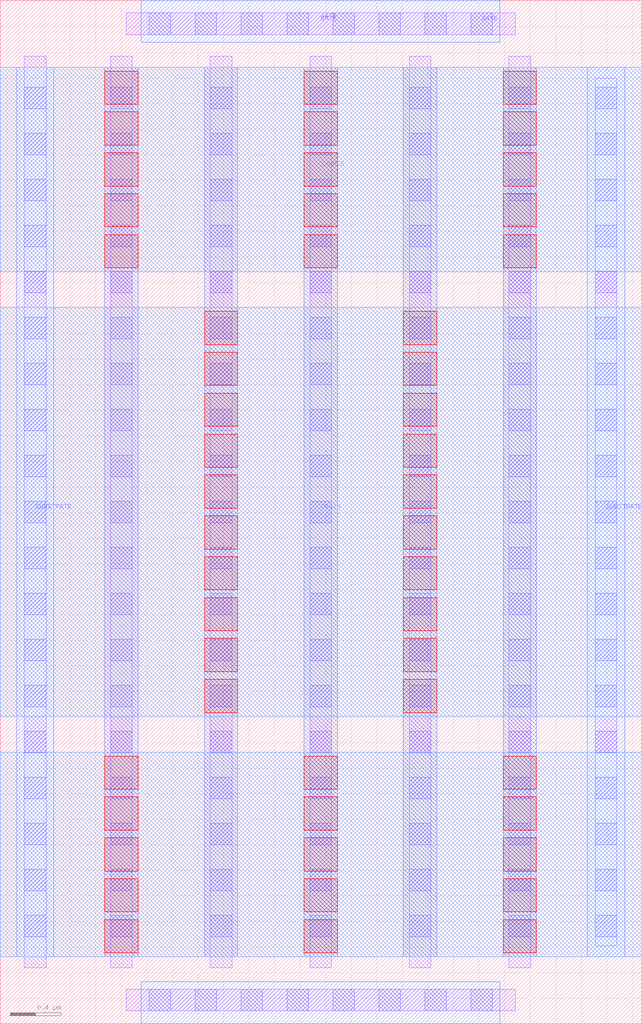
<source format=lef>
# Copyright 2020 The SkyWater PDK Authors
#
# Licensed under the Apache License, Version 2.0 (the "License");
# you may not use this file except in compliance with the License.
# You may obtain a copy of the License at
#
#     https://www.apache.org/licenses/LICENSE-2.0
#
# Unless required by applicable law or agreed to in writing, software
# distributed under the License is distributed on an "AS IS" BASIS,
# WITHOUT WARRANTIES OR CONDITIONS OF ANY KIND, either express or implied.
# See the License for the specific language governing permissions and
# limitations under the License.
#
# SPDX-License-Identifier: Apache-2.0

VERSION 5.7 ;
  NOWIREEXTENSIONATPIN ON ;
  DIVIDERCHAR "/" ;
  BUSBITCHARS "[]" ;
MACRO sky130_fd_pr__rf_nfet_g5v0d10v5_aM04W7p00L0p50
  CLASS BLOCK ;
  FOREIGN sky130_fd_pr__rf_nfet_g5v0d10v5_aM04W7p00L0p50 ;
  ORIGIN -0.050000  0.000000 ;
  SIZE  5.020000 BY  8.010000 ;
  PIN DRAIN
    ANTENNADIFFAREA  3.970400 ;
    PORT
      LAYER met2 ;
        RECT 0.050000 2.405000 5.070000 5.605000 ;
    END
  END DRAIN
  PIN GATE
    ANTENNAGATEAREA  14.179999 ;
    PORT
      LAYER li1 ;
        RECT 1.035000 0.100000 4.085000 0.270000 ;
        RECT 1.035000 7.740000 4.085000 7.910000 ;
      LAYER mcon ;
        RECT 1.215000 0.100000 1.385000 0.270000 ;
        RECT 1.215000 7.740000 1.385000 7.910000 ;
        RECT 1.575000 0.100000 1.745000 0.270000 ;
        RECT 1.575000 7.740000 1.745000 7.910000 ;
        RECT 1.935000 0.100000 2.105000 0.270000 ;
        RECT 1.935000 7.740000 2.105000 7.910000 ;
        RECT 2.295000 0.100000 2.465000 0.270000 ;
        RECT 2.295000 7.740000 2.465000 7.910000 ;
        RECT 2.655000 0.100000 2.825000 0.270000 ;
        RECT 2.655000 7.740000 2.825000 7.910000 ;
        RECT 3.015000 0.100000 3.185000 0.270000 ;
        RECT 3.015000 7.740000 3.185000 7.910000 ;
        RECT 3.375000 0.100000 3.545000 0.270000 ;
        RECT 3.375000 7.740000 3.545000 7.910000 ;
        RECT 3.735000 0.100000 3.905000 0.270000 ;
        RECT 3.735000 7.740000 3.905000 7.910000 ;
    END
    PORT
      LAYER met1 ;
        RECT 1.155000 0.000000 3.965000 0.330000 ;
        RECT 1.155000 7.680000 3.965000 8.010000 ;
    END
  END GATE
  PIN SOURCE
    ANTENNADIFFAREA  5.955600 ;
    PORT
      LAYER met2 ;
        RECT 0.050000 0.525000 5.070000 2.125000 ;
        RECT 0.050000 5.885000 5.070000 7.485000 ;
    END
  END SOURCE
  PIN SUBSTRATE
    ANTENNADIFFAREA  2.056100 ;
    PORT
      LAYER met1 ;
        RECT 0.180000 0.525000 0.470000 7.485000 ;
    END
    PORT
      LAYER met1 ;
        RECT 4.650000 0.525000 4.940000 7.485000 ;
    END
  END SUBSTRATE
  OBS
    LAYER li1 ;
      RECT 0.240000 0.440000 0.410000 7.570000 ;
      RECT 0.915000 0.440000 1.085000 7.570000 ;
      RECT 1.695000 0.440000 1.865000 7.570000 ;
      RECT 2.475000 0.440000 2.645000 7.570000 ;
      RECT 3.255000 0.440000 3.425000 7.570000 ;
      RECT 4.035000 0.440000 4.205000 7.570000 ;
      RECT 4.710000 0.610000 4.880000 7.400000 ;
    LAYER mcon ;
      RECT 0.240000 0.680000 0.410000 0.850000 ;
      RECT 0.240000 1.040000 0.410000 1.210000 ;
      RECT 0.240000 1.400000 0.410000 1.570000 ;
      RECT 0.240000 1.760000 0.410000 1.930000 ;
      RECT 0.240000 2.120000 0.410000 2.290000 ;
      RECT 0.240000 2.480000 0.410000 2.650000 ;
      RECT 0.240000 2.840000 0.410000 3.010000 ;
      RECT 0.240000 3.200000 0.410000 3.370000 ;
      RECT 0.240000 3.560000 0.410000 3.730000 ;
      RECT 0.240000 3.920000 0.410000 4.090000 ;
      RECT 0.240000 4.280000 0.410000 4.450000 ;
      RECT 0.240000 4.640000 0.410000 4.810000 ;
      RECT 0.240000 5.000000 0.410000 5.170000 ;
      RECT 0.240000 5.360000 0.410000 5.530000 ;
      RECT 0.240000 5.720000 0.410000 5.890000 ;
      RECT 0.240000 6.080000 0.410000 6.250000 ;
      RECT 0.240000 6.440000 0.410000 6.610000 ;
      RECT 0.240000 6.800000 0.410000 6.970000 ;
      RECT 0.240000 7.160000 0.410000 7.330000 ;
      RECT 0.915000 0.680000 1.085000 0.850000 ;
      RECT 0.915000 1.040000 1.085000 1.210000 ;
      RECT 0.915000 1.400000 1.085000 1.570000 ;
      RECT 0.915000 1.760000 1.085000 1.930000 ;
      RECT 0.915000 2.120000 1.085000 2.290000 ;
      RECT 0.915000 2.480000 1.085000 2.650000 ;
      RECT 0.915000 2.840000 1.085000 3.010000 ;
      RECT 0.915000 3.200000 1.085000 3.370000 ;
      RECT 0.915000 3.560000 1.085000 3.730000 ;
      RECT 0.915000 3.920000 1.085000 4.090000 ;
      RECT 0.915000 4.280000 1.085000 4.450000 ;
      RECT 0.915000 4.640000 1.085000 4.810000 ;
      RECT 0.915000 5.000000 1.085000 5.170000 ;
      RECT 0.915000 5.360000 1.085000 5.530000 ;
      RECT 0.915000 5.720000 1.085000 5.890000 ;
      RECT 0.915000 6.080000 1.085000 6.250000 ;
      RECT 0.915000 6.440000 1.085000 6.610000 ;
      RECT 0.915000 6.800000 1.085000 6.970000 ;
      RECT 0.915000 7.160000 1.085000 7.330000 ;
      RECT 1.695000 0.680000 1.865000 0.850000 ;
      RECT 1.695000 1.040000 1.865000 1.210000 ;
      RECT 1.695000 1.400000 1.865000 1.570000 ;
      RECT 1.695000 1.760000 1.865000 1.930000 ;
      RECT 1.695000 2.120000 1.865000 2.290000 ;
      RECT 1.695000 2.480000 1.865000 2.650000 ;
      RECT 1.695000 2.840000 1.865000 3.010000 ;
      RECT 1.695000 3.200000 1.865000 3.370000 ;
      RECT 1.695000 3.560000 1.865000 3.730000 ;
      RECT 1.695000 3.920000 1.865000 4.090000 ;
      RECT 1.695000 4.280000 1.865000 4.450000 ;
      RECT 1.695000 4.640000 1.865000 4.810000 ;
      RECT 1.695000 5.000000 1.865000 5.170000 ;
      RECT 1.695000 5.360000 1.865000 5.530000 ;
      RECT 1.695000 5.720000 1.865000 5.890000 ;
      RECT 1.695000 6.080000 1.865000 6.250000 ;
      RECT 1.695000 6.440000 1.865000 6.610000 ;
      RECT 1.695000 6.800000 1.865000 6.970000 ;
      RECT 1.695000 7.160000 1.865000 7.330000 ;
      RECT 2.475000 0.680000 2.645000 0.850000 ;
      RECT 2.475000 1.040000 2.645000 1.210000 ;
      RECT 2.475000 1.400000 2.645000 1.570000 ;
      RECT 2.475000 1.760000 2.645000 1.930000 ;
      RECT 2.475000 2.120000 2.645000 2.290000 ;
      RECT 2.475000 2.480000 2.645000 2.650000 ;
      RECT 2.475000 2.840000 2.645000 3.010000 ;
      RECT 2.475000 3.200000 2.645000 3.370000 ;
      RECT 2.475000 3.560000 2.645000 3.730000 ;
      RECT 2.475000 3.920000 2.645000 4.090000 ;
      RECT 2.475000 4.280000 2.645000 4.450000 ;
      RECT 2.475000 4.640000 2.645000 4.810000 ;
      RECT 2.475000 5.000000 2.645000 5.170000 ;
      RECT 2.475000 5.360000 2.645000 5.530000 ;
      RECT 2.475000 5.720000 2.645000 5.890000 ;
      RECT 2.475000 6.080000 2.645000 6.250000 ;
      RECT 2.475000 6.440000 2.645000 6.610000 ;
      RECT 2.475000 6.800000 2.645000 6.970000 ;
      RECT 2.475000 7.160000 2.645000 7.330000 ;
      RECT 3.255000 0.680000 3.425000 0.850000 ;
      RECT 3.255000 1.040000 3.425000 1.210000 ;
      RECT 3.255000 1.400000 3.425000 1.570000 ;
      RECT 3.255000 1.760000 3.425000 1.930000 ;
      RECT 3.255000 2.120000 3.425000 2.290000 ;
      RECT 3.255000 2.480000 3.425000 2.650000 ;
      RECT 3.255000 2.840000 3.425000 3.010000 ;
      RECT 3.255000 3.200000 3.425000 3.370000 ;
      RECT 3.255000 3.560000 3.425000 3.730000 ;
      RECT 3.255000 3.920000 3.425000 4.090000 ;
      RECT 3.255000 4.280000 3.425000 4.450000 ;
      RECT 3.255000 4.640000 3.425000 4.810000 ;
      RECT 3.255000 5.000000 3.425000 5.170000 ;
      RECT 3.255000 5.360000 3.425000 5.530000 ;
      RECT 3.255000 5.720000 3.425000 5.890000 ;
      RECT 3.255000 6.080000 3.425000 6.250000 ;
      RECT 3.255000 6.440000 3.425000 6.610000 ;
      RECT 3.255000 6.800000 3.425000 6.970000 ;
      RECT 3.255000 7.160000 3.425000 7.330000 ;
      RECT 4.035000 0.680000 4.205000 0.850000 ;
      RECT 4.035000 1.040000 4.205000 1.210000 ;
      RECT 4.035000 1.400000 4.205000 1.570000 ;
      RECT 4.035000 1.760000 4.205000 1.930000 ;
      RECT 4.035000 2.120000 4.205000 2.290000 ;
      RECT 4.035000 2.480000 4.205000 2.650000 ;
      RECT 4.035000 2.840000 4.205000 3.010000 ;
      RECT 4.035000 3.200000 4.205000 3.370000 ;
      RECT 4.035000 3.560000 4.205000 3.730000 ;
      RECT 4.035000 3.920000 4.205000 4.090000 ;
      RECT 4.035000 4.280000 4.205000 4.450000 ;
      RECT 4.035000 4.640000 4.205000 4.810000 ;
      RECT 4.035000 5.000000 4.205000 5.170000 ;
      RECT 4.035000 5.360000 4.205000 5.530000 ;
      RECT 4.035000 5.720000 4.205000 5.890000 ;
      RECT 4.035000 6.080000 4.205000 6.250000 ;
      RECT 4.035000 6.440000 4.205000 6.610000 ;
      RECT 4.035000 6.800000 4.205000 6.970000 ;
      RECT 4.035000 7.160000 4.205000 7.330000 ;
      RECT 4.710000 0.680000 4.880000 0.850000 ;
      RECT 4.710000 1.040000 4.880000 1.210000 ;
      RECT 4.710000 1.400000 4.880000 1.570000 ;
      RECT 4.710000 1.760000 4.880000 1.930000 ;
      RECT 4.710000 2.120000 4.880000 2.290000 ;
      RECT 4.710000 2.480000 4.880000 2.650000 ;
      RECT 4.710000 2.840000 4.880000 3.010000 ;
      RECT 4.710000 3.200000 4.880000 3.370000 ;
      RECT 4.710000 3.560000 4.880000 3.730000 ;
      RECT 4.710000 3.920000 4.880000 4.090000 ;
      RECT 4.710000 4.280000 4.880000 4.450000 ;
      RECT 4.710000 4.640000 4.880000 4.810000 ;
      RECT 4.710000 5.000000 4.880000 5.170000 ;
      RECT 4.710000 5.360000 4.880000 5.530000 ;
      RECT 4.710000 5.720000 4.880000 5.890000 ;
      RECT 4.710000 6.080000 4.880000 6.250000 ;
      RECT 4.710000 6.440000 4.880000 6.610000 ;
      RECT 4.710000 6.800000 4.880000 6.970000 ;
      RECT 4.710000 7.160000 4.880000 7.330000 ;
    LAYER met1 ;
      RECT 0.870000 0.525000 1.130000 7.485000 ;
      RECT 1.650000 0.525000 1.910000 7.485000 ;
      RECT 2.430000 0.525000 2.690000 7.485000 ;
      RECT 3.210000 0.525000 3.470000 7.485000 ;
      RECT 3.990000 0.525000 4.250000 7.485000 ;
    LAYER via ;
      RECT 0.870000 0.555000 1.130000 0.815000 ;
      RECT 0.870000 0.875000 1.130000 1.135000 ;
      RECT 0.870000 1.195000 1.130000 1.455000 ;
      RECT 0.870000 1.515000 1.130000 1.775000 ;
      RECT 0.870000 1.835000 1.130000 2.095000 ;
      RECT 0.870000 5.915000 1.130000 6.175000 ;
      RECT 0.870000 6.235000 1.130000 6.495000 ;
      RECT 0.870000 6.555000 1.130000 6.815000 ;
      RECT 0.870000 6.875000 1.130000 7.135000 ;
      RECT 0.870000 7.195000 1.130000 7.455000 ;
      RECT 1.650000 2.435000 1.910000 2.695000 ;
      RECT 1.650000 2.755000 1.910000 3.015000 ;
      RECT 1.650000 3.075000 1.910000 3.335000 ;
      RECT 1.650000 3.395000 1.910000 3.655000 ;
      RECT 1.650000 3.715000 1.910000 3.975000 ;
      RECT 1.650000 4.035000 1.910000 4.295000 ;
      RECT 1.650000 4.355000 1.910000 4.615000 ;
      RECT 1.650000 4.675000 1.910000 4.935000 ;
      RECT 1.650000 4.995000 1.910000 5.255000 ;
      RECT 1.650000 5.315000 1.910000 5.575000 ;
      RECT 2.430000 0.555000 2.690000 0.815000 ;
      RECT 2.430000 0.875000 2.690000 1.135000 ;
      RECT 2.430000 1.195000 2.690000 1.455000 ;
      RECT 2.430000 1.515000 2.690000 1.775000 ;
      RECT 2.430000 1.835000 2.690000 2.095000 ;
      RECT 2.430000 5.915000 2.690000 6.175000 ;
      RECT 2.430000 6.235000 2.690000 6.495000 ;
      RECT 2.430000 6.555000 2.690000 6.815000 ;
      RECT 2.430000 6.875000 2.690000 7.135000 ;
      RECT 2.430000 7.195000 2.690000 7.455000 ;
      RECT 3.210000 2.435000 3.470000 2.695000 ;
      RECT 3.210000 2.755000 3.470000 3.015000 ;
      RECT 3.210000 3.075000 3.470000 3.335000 ;
      RECT 3.210000 3.395000 3.470000 3.655000 ;
      RECT 3.210000 3.715000 3.470000 3.975000 ;
      RECT 3.210000 4.035000 3.470000 4.295000 ;
      RECT 3.210000 4.355000 3.470000 4.615000 ;
      RECT 3.210000 4.675000 3.470000 4.935000 ;
      RECT 3.210000 4.995000 3.470000 5.255000 ;
      RECT 3.210000 5.315000 3.470000 5.575000 ;
      RECT 3.990000 0.555000 4.250000 0.815000 ;
      RECT 3.990000 0.875000 4.250000 1.135000 ;
      RECT 3.990000 1.195000 4.250000 1.455000 ;
      RECT 3.990000 1.515000 4.250000 1.775000 ;
      RECT 3.990000 1.835000 4.250000 2.095000 ;
      RECT 3.990000 5.915000 4.250000 6.175000 ;
      RECT 3.990000 6.235000 4.250000 6.495000 ;
      RECT 3.990000 6.555000 4.250000 6.815000 ;
      RECT 3.990000 6.875000 4.250000 7.135000 ;
      RECT 3.990000 7.195000 4.250000 7.455000 ;
  END
END sky130_fd_pr__rf_nfet_g5v0d10v5_aM04W7p00L0p50
END LIBRARY

</source>
